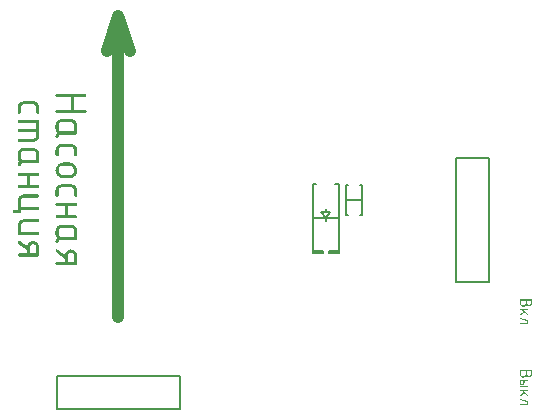
<source format=gto>
G04 Layer_Color=65535*
%FSLAX44Y44*%
%MOMM*%
G71*
G01*
G75*
%ADD21C,1.0000*%
%ADD22C,0.2000*%
%ADD23C,0.1500*%
G36*
X89523Y243523D02*
X89913Y243474D01*
X90401Y243377D01*
X90987Y243181D01*
X91622Y242937D01*
X92257Y242547D01*
X92843Y242059D01*
X92891Y242010D01*
X93087Y241766D01*
X93331Y241473D01*
X93624Y241033D01*
X93917Y240496D01*
X94161Y239862D01*
X94356Y239129D01*
X94405Y238348D01*
Y231758D01*
Y231709D01*
Y231562D01*
X94356Y231318D01*
X94258Y231074D01*
X94063Y230879D01*
X93868Y230635D01*
X93526Y230488D01*
X93087Y230440D01*
X79710D01*
X79466Y230391D01*
X79271Y230293D01*
X79027Y230098D01*
X78783Y229903D01*
X78636Y229561D01*
X78587Y229121D01*
Y229073D01*
Y228926D01*
X78539Y228682D01*
X78441Y228438D01*
X78246Y228243D01*
X78050Y227999D01*
X77709Y227852D01*
X77269Y227803D01*
X77074D01*
X76879Y227852D01*
X76635Y227950D01*
X76391Y228145D01*
X76195Y228340D01*
X76049Y228682D01*
X76000Y229121D01*
Y229219D01*
Y229414D01*
X76098Y229756D01*
X76195Y230196D01*
X76342Y230684D01*
X76586Y231172D01*
X76928Y231660D01*
X77367Y232148D01*
X77318Y232197D01*
X77172Y232392D01*
X76928Y232734D01*
X76684Y233125D01*
X76439Y233662D01*
X76195Y234247D01*
X76049Y234931D01*
X76000Y235712D01*
Y238348D01*
Y238446D01*
X76049Y238690D01*
X76098Y239129D01*
X76195Y239618D01*
X76391Y240203D01*
X76635Y240838D01*
X77025Y241473D01*
X77513Y242059D01*
X77562Y242107D01*
X77806Y242303D01*
X78099Y242547D01*
X78539Y242791D01*
X79076Y243084D01*
X79710Y243328D01*
X80442Y243523D01*
X81224Y243572D01*
X89230D01*
X89523Y243523D01*
D02*
G37*
G36*
Y222482D02*
X89913Y222433D01*
X90401Y222336D01*
X90987Y222140D01*
X91622Y221896D01*
X92257Y221506D01*
X92843Y221018D01*
X92891Y220969D01*
X93087Y220725D01*
X93331Y220432D01*
X93624Y219992D01*
X93917Y219455D01*
X94161Y218821D01*
X94356Y218088D01*
X94405Y217307D01*
Y210717D01*
Y210668D01*
Y210522D01*
X94356Y210278D01*
X94258Y210033D01*
X94063Y209838D01*
X93868Y209594D01*
X93526Y209447D01*
X93087Y209399D01*
X77074D01*
X76879Y209447D01*
X76635Y209545D01*
X76391Y209740D01*
X76195Y209936D01*
X76049Y210278D01*
X76000Y210717D01*
Y210766D01*
Y210912D01*
X76049Y211156D01*
X76146Y211352D01*
X76342Y211596D01*
X76537Y211840D01*
X76879Y211986D01*
X77318Y212035D01*
X83909D01*
Y214720D01*
X76537Y220188D01*
X76439Y220236D01*
X76293Y220481D01*
X76098Y220822D01*
X76049Y221018D01*
X76000Y221262D01*
Y221311D01*
Y221457D01*
X76049Y221652D01*
X76146Y221896D01*
X76342Y222140D01*
X76537Y222336D01*
X76879Y222482D01*
X77318Y222531D01*
X77416D01*
X77562Y222482D01*
X77855Y222433D01*
X78099Y222336D01*
X83909Y217893D01*
Y217991D01*
X83958Y218235D01*
X84055Y218577D01*
X84202Y219065D01*
X84446Y219602D01*
X84739Y220139D01*
X85129Y220676D01*
X85617Y221213D01*
X85666Y221262D01*
X85861Y221408D01*
X86203Y221652D01*
X86594Y221847D01*
X87131Y222092D01*
X87717Y222336D01*
X88400Y222482D01*
X89132Y222531D01*
X89230D01*
X89523Y222482D01*
D02*
G37*
G36*
X479163Y180331D02*
X479261Y180292D01*
X479339Y180233D01*
X479436Y180135D01*
X479495Y180018D01*
X479514Y179843D01*
Y177209D01*
Y177190D01*
Y177151D01*
Y177092D01*
X479495Y177014D01*
X479475Y176819D01*
X479417Y176566D01*
X479339Y176254D01*
X479202Y175941D01*
X479007Y175629D01*
X478754Y175337D01*
X478715Y175298D01*
X478617Y175220D01*
X478461Y175103D01*
X478227Y174946D01*
X477954Y174810D01*
X477642Y174693D01*
X477291Y174615D01*
X476881Y174576D01*
X476764D01*
X476666Y174595D01*
X476432Y174634D01*
X476159Y174693D01*
X475827Y174810D01*
X475476Y174986D01*
X475320Y175103D01*
X475145Y175220D01*
X474989Y175376D01*
X474833Y175551D01*
X474813Y175532D01*
X474794Y175493D01*
X474735Y175415D01*
X474657Y175317D01*
X474579Y175200D01*
X474462Y175083D01*
X474325Y174946D01*
X474169Y174790D01*
X473974Y174654D01*
X473779Y174517D01*
X473565Y174400D01*
X473311Y174283D01*
X473058Y174186D01*
X472765Y174108D01*
X472472Y174069D01*
X472141Y174049D01*
X472024D01*
X471926Y174069D01*
X471809D01*
X471673Y174088D01*
X471380Y174166D01*
X471029Y174283D01*
X470658Y174439D01*
X470268Y174673D01*
X470092Y174830D01*
X469917Y174986D01*
Y175005D01*
X469878Y175025D01*
X469839Y175083D01*
X469780Y175142D01*
X469624Y175337D01*
X469468Y175610D01*
X469293Y175922D01*
X469137Y176312D01*
X469039Y176741D01*
X469020Y176975D01*
X469000Y177209D01*
Y179843D01*
Y179862D01*
Y179921D01*
X469020Y179999D01*
X469058Y180096D01*
X469117Y180194D01*
X469215Y180272D01*
X469332Y180331D01*
X469507Y180350D01*
X479066D01*
X479163Y180331D01*
D02*
G37*
G36*
X88253Y296101D02*
X88791Y296052D01*
X89425Y295906D01*
X90157Y295662D01*
X90939Y295369D01*
X91720Y294880D01*
X92452Y294246D01*
X92550Y294148D01*
X92745Y293904D01*
X93087Y293514D01*
X93428Y292928D01*
X93770Y292293D01*
X94112Y291463D01*
X94307Y290584D01*
X94405Y289608D01*
Y289559D01*
Y289461D01*
Y289315D01*
X94356Y289120D01*
X94307Y288632D01*
X94161Y287997D01*
X93965Y287216D01*
X93624Y286435D01*
X93135Y285654D01*
X92501Y284921D01*
X92403Y284824D01*
X92159Y284629D01*
X91769Y284336D01*
X91183Y283945D01*
X90499Y283603D01*
X89718Y283310D01*
X88839Y283115D01*
X87814Y283018D01*
X82298D01*
X82102Y283066D01*
X81565Y283115D01*
X80931Y283262D01*
X80198Y283506D01*
X79417Y283847D01*
X78636Y284336D01*
X77904Y284970D01*
X77806Y285068D01*
X77611Y285312D01*
X77318Y285702D01*
X76976Y286239D01*
X76586Y286923D01*
X76293Y287704D01*
X76098Y288632D01*
X76000Y289608D01*
Y289657D01*
Y289706D01*
Y289852D01*
X76049Y290047D01*
X76098Y290584D01*
X76244Y291219D01*
X76488Y291951D01*
X76781Y292732D01*
X77269Y293514D01*
X77904Y294246D01*
X78002Y294343D01*
X78246Y294539D01*
X78636Y294832D01*
X79222Y295173D01*
X79857Y295564D01*
X80687Y295857D01*
X81565Y296052D01*
X82542Y296150D01*
X88058D01*
X88253Y296101D01*
D02*
G37*
G36*
X89523Y277696D02*
X89913Y277647D01*
X90401Y277550D01*
X90987Y277355D01*
X91622Y277110D01*
X92257Y276720D01*
X92843Y276232D01*
X92891Y276183D01*
X93087Y275939D01*
X93331Y275646D01*
X93624Y275207D01*
X93917Y274669D01*
X94161Y274035D01*
X94356Y273302D01*
X94405Y272521D01*
Y268567D01*
Y268518D01*
Y268372D01*
X94356Y268128D01*
X94258Y267884D01*
X94063Y267688D01*
X93868Y267444D01*
X93526Y267298D01*
X93087Y267249D01*
X92891D01*
X92647Y267298D01*
X92452Y267395D01*
X92208Y267591D01*
X91964Y267786D01*
X91817Y268128D01*
X91769Y268567D01*
Y272521D01*
Y272570D01*
Y272717D01*
X91720Y272912D01*
X91671Y273156D01*
X91573Y273449D01*
X91427Y273742D01*
X91231Y274084D01*
X90987Y274377D01*
X90939Y274425D01*
X90841Y274474D01*
X90695Y274621D01*
X90450Y274718D01*
X90206Y274865D01*
X89865Y275011D01*
X89523Y275060D01*
X89132Y275109D01*
X81028D01*
X80833Y275060D01*
X80589Y275011D01*
X80296Y274914D01*
X80003Y274816D01*
X79661Y274621D01*
X79369Y274377D01*
X79320Y274328D01*
X79271Y274230D01*
X79124Y274084D01*
X79027Y273839D01*
X78880Y273595D01*
X78734Y273254D01*
X78685Y272912D01*
X78636Y272521D01*
Y268567D01*
Y268518D01*
Y268372D01*
X78587Y268128D01*
X78490Y267884D01*
X78295Y267688D01*
X78099Y267444D01*
X77758Y267298D01*
X77318Y267249D01*
X77123D01*
X76879Y267298D01*
X76684Y267395D01*
X76439Y267591D01*
X76195Y267786D01*
X76049Y268128D01*
X76000Y268567D01*
Y272521D01*
Y272619D01*
X76049Y272863D01*
X76098Y273302D01*
X76195Y273791D01*
X76391Y274377D01*
X76635Y275011D01*
X77025Y275646D01*
X77513Y276232D01*
X77562Y276280D01*
X77806Y276476D01*
X78099Y276720D01*
X78539Y276964D01*
X79076Y277257D01*
X79710Y277501D01*
X80442Y277696D01*
X81224Y277745D01*
X89230D01*
X89523Y277696D01*
D02*
G37*
G36*
X93526Y261928D02*
X93770Y261830D01*
X93965Y261635D01*
X94209Y261440D01*
X94356Y261098D01*
X94405Y260658D01*
Y260610D01*
Y260463D01*
X94356Y260219D01*
X94258Y259975D01*
X94063Y259780D01*
X93868Y259536D01*
X93526Y259389D01*
X93087Y259340D01*
X86545D01*
Y251481D01*
X93282D01*
X93526Y251432D01*
X93770Y251334D01*
X93965Y251139D01*
X94209Y250944D01*
X94356Y250602D01*
X94405Y250162D01*
Y250114D01*
Y249967D01*
X94356Y249723D01*
X94258Y249479D01*
X94063Y249284D01*
X93868Y249040D01*
X93526Y248893D01*
X93087Y248844D01*
X77074D01*
X76879Y248893D01*
X76635Y248991D01*
X76391Y249186D01*
X76195Y249381D01*
X76049Y249723D01*
X76000Y250162D01*
Y250211D01*
Y250358D01*
X76049Y250602D01*
X76146Y250797D01*
X76342Y251041D01*
X76537Y251285D01*
X76879Y251432D01*
X77318Y251481D01*
X83909D01*
Y259340D01*
X77123D01*
X76879Y259389D01*
X76684Y259487D01*
X76439Y259682D01*
X76195Y259877D01*
X76049Y260219D01*
X76000Y260658D01*
Y260707D01*
Y260854D01*
X76049Y261098D01*
X76146Y261293D01*
X76293Y261537D01*
X76537Y261781D01*
X76830Y261928D01*
X77269Y261977D01*
X93282D01*
X93526Y261928D01*
D02*
G37*
G36*
X476003Y171923D02*
X476101Y171884D01*
X476179Y171806D01*
X476276Y171728D01*
X476335Y171591D01*
X476354Y171416D01*
Y171396D01*
Y171338D01*
X476335Y171240D01*
X476296Y171143D01*
X476218Y171065D01*
X476140Y170967D01*
X476003Y170909D01*
X475827Y170889D01*
X472901D01*
X476198Y167592D01*
X476218Y167573D01*
X476276Y167495D01*
X476335Y167378D01*
X476354Y167222D01*
Y167202D01*
Y167144D01*
X476335Y167046D01*
X476296Y166949D01*
X476218Y166870D01*
X476140Y166773D01*
X476003Y166714D01*
X475827Y166695D01*
X475788D01*
X475710Y166714D01*
X475574Y166754D01*
X475457Y166851D01*
X473136Y169153D01*
X469819Y166793D01*
X469800Y166773D01*
X469722Y166734D01*
X469624Y166714D01*
X469507Y166695D01*
X469429D01*
X469351Y166714D01*
X469254Y166754D01*
X469156Y166831D01*
X469078Y166910D01*
X469020Y167046D01*
X469000Y167222D01*
Y167241D01*
Y167261D01*
X469020Y167378D01*
X469098Y167514D01*
X469137Y167592D01*
X469215Y167651D01*
X472375Y169914D01*
X471399Y170889D01*
X469429D01*
X469351Y170909D01*
X469254Y170947D01*
X469156Y171026D01*
X469078Y171104D01*
X469020Y171240D01*
X469000Y171416D01*
Y171435D01*
Y171494D01*
X469020Y171591D01*
X469058Y171669D01*
X469117Y171767D01*
X469215Y171864D01*
X469332Y171923D01*
X469507Y171942D01*
X475906D01*
X476003Y171923D01*
D02*
G37*
G36*
Y106676D02*
X476101Y106636D01*
X476179Y106558D01*
X476276Y106480D01*
X476335Y106344D01*
X476354Y106168D01*
Y106149D01*
Y106090D01*
X476335Y105993D01*
X476296Y105895D01*
X476218Y105817D01*
X476140Y105720D01*
X476003Y105661D01*
X475827Y105642D01*
X469429D01*
X469351Y105661D01*
X469254Y105700D01*
X469156Y105778D01*
X469078Y105856D01*
X469020Y105993D01*
X469000Y106168D01*
Y106188D01*
Y106246D01*
X469020Y106344D01*
X469058Y106422D01*
X469117Y106519D01*
X469215Y106617D01*
X469332Y106676D01*
X469507Y106695D01*
X475906D01*
X476003Y106676D01*
D02*
G37*
G36*
Y103515D02*
X476101Y103476D01*
X476179Y103398D01*
X476276Y103320D01*
X476335Y103184D01*
X476354Y103008D01*
Y102989D01*
Y102930D01*
X476335Y102832D01*
X476296Y102735D01*
X476218Y102657D01*
X476140Y102559D01*
X476003Y102501D01*
X475827Y102481D01*
X472901D01*
X476198Y99185D01*
X476218Y99165D01*
X476276Y99087D01*
X476335Y98970D01*
X476354Y98814D01*
Y98794D01*
Y98736D01*
X476335Y98638D01*
X476296Y98541D01*
X476218Y98463D01*
X476140Y98365D01*
X476003Y98307D01*
X475827Y98287D01*
X475788D01*
X475710Y98307D01*
X475574Y98346D01*
X475457Y98443D01*
X473136Y100745D01*
X469819Y98385D01*
X469800Y98365D01*
X469722Y98326D01*
X469624Y98307D01*
X469507Y98287D01*
X469429D01*
X469351Y98307D01*
X469254Y98346D01*
X469156Y98424D01*
X469078Y98502D01*
X469020Y98638D01*
X469000Y98814D01*
Y98834D01*
Y98853D01*
X469020Y98970D01*
X469098Y99107D01*
X469137Y99185D01*
X469215Y99243D01*
X472375Y101506D01*
X471399Y102481D01*
X469429D01*
X469351Y102501D01*
X469254Y102540D01*
X469156Y102618D01*
X469078Y102696D01*
X469020Y102832D01*
X469000Y103008D01*
Y103028D01*
Y103086D01*
X469020Y103184D01*
X469058Y103262D01*
X469117Y103359D01*
X469215Y103457D01*
X469332Y103515D01*
X469507Y103535D01*
X475906D01*
X476003Y103515D01*
D02*
G37*
G36*
X469683Y96161D02*
X475925Y94093D01*
X475945D01*
X475984Y94054D01*
X476062Y94015D01*
X476140Y93976D01*
X476218Y93898D01*
X476296Y93801D01*
X476335Y93703D01*
X476354Y93567D01*
Y91460D01*
Y91440D01*
Y91382D01*
X476335Y91284D01*
X476296Y91187D01*
X476218Y91109D01*
X476140Y91011D01*
X476003Y90953D01*
X475827Y90933D01*
X469429D01*
X469351Y90953D01*
X469254Y90992D01*
X469156Y91070D01*
X469078Y91148D01*
X469020Y91284D01*
X469000Y91460D01*
Y91479D01*
Y91538D01*
X469020Y91635D01*
X469058Y91713D01*
X469117Y91811D01*
X469215Y91909D01*
X469332Y91967D01*
X469507Y91987D01*
X475301D01*
Y93196D01*
X469351Y95166D01*
X469332D01*
X469293Y95186D01*
X469176Y95264D01*
X469117Y95342D01*
X469058Y95420D01*
X469020Y95517D01*
X469000Y95654D01*
Y95673D01*
Y95732D01*
X469020Y95829D01*
X469058Y95907D01*
X469137Y96005D01*
X469215Y96103D01*
X469351Y96161D01*
X469527Y96181D01*
X469585D01*
X469683Y96161D01*
D02*
G37*
G36*
Y164569D02*
X475925Y162501D01*
X475945D01*
X475984Y162462D01*
X476062Y162423D01*
X476140Y162384D01*
X476218Y162306D01*
X476296Y162208D01*
X476335Y162111D01*
X476354Y161974D01*
Y159867D01*
Y159848D01*
Y159789D01*
X476335Y159692D01*
X476296Y159594D01*
X476218Y159516D01*
X476140Y159419D01*
X476003Y159360D01*
X475827Y159341D01*
X469429D01*
X469351Y159360D01*
X469254Y159399D01*
X469156Y159477D01*
X469078Y159555D01*
X469020Y159692D01*
X469000Y159867D01*
Y159887D01*
Y159945D01*
X469020Y160043D01*
X469058Y160121D01*
X469117Y160219D01*
X469215Y160316D01*
X469332Y160375D01*
X469507Y160394D01*
X475301D01*
Y161604D01*
X469351Y163574D01*
X469332D01*
X469293Y163593D01*
X469176Y163671D01*
X469117Y163749D01*
X469058Y163827D01*
X469020Y163925D01*
X469000Y164062D01*
Y164081D01*
Y164139D01*
X469020Y164237D01*
X469058Y164315D01*
X469137Y164413D01*
X469215Y164510D01*
X469351Y164569D01*
X469527Y164588D01*
X469585D01*
X469683Y164569D01*
D02*
G37*
G36*
X479163Y120330D02*
X479261Y120292D01*
X479339Y120233D01*
X479436Y120135D01*
X479495Y120018D01*
X479514Y119843D01*
Y117209D01*
Y117190D01*
Y117151D01*
Y117092D01*
X479495Y117014D01*
X479475Y116819D01*
X479417Y116566D01*
X479339Y116253D01*
X479202Y115941D01*
X479007Y115629D01*
X478754Y115337D01*
X478715Y115298D01*
X478617Y115220D01*
X478461Y115103D01*
X478227Y114946D01*
X477954Y114810D01*
X477642Y114693D01*
X477291Y114615D01*
X476881Y114576D01*
X476764D01*
X476666Y114595D01*
X476432Y114634D01*
X476159Y114693D01*
X475827Y114810D01*
X475476Y114986D01*
X475320Y115103D01*
X475145Y115220D01*
X474989Y115376D01*
X474833Y115551D01*
X474813Y115532D01*
X474794Y115493D01*
X474735Y115415D01*
X474657Y115317D01*
X474579Y115200D01*
X474462Y115083D01*
X474325Y114946D01*
X474169Y114790D01*
X473974Y114654D01*
X473779Y114517D01*
X473565Y114400D01*
X473311Y114283D01*
X473058Y114186D01*
X472765Y114108D01*
X472472Y114069D01*
X472141Y114049D01*
X472024D01*
X471926Y114069D01*
X471809D01*
X471673Y114088D01*
X471380Y114166D01*
X471029Y114283D01*
X470658Y114439D01*
X470268Y114673D01*
X470092Y114830D01*
X469917Y114986D01*
Y115005D01*
X469878Y115024D01*
X469839Y115083D01*
X469780Y115142D01*
X469624Y115337D01*
X469468Y115610D01*
X469293Y115922D01*
X469137Y116312D01*
X469039Y116741D01*
X469020Y116975D01*
X469000Y117209D01*
Y119843D01*
Y119862D01*
Y119921D01*
X469020Y119999D01*
X469058Y120096D01*
X469117Y120194D01*
X469215Y120272D01*
X469332Y120330D01*
X469507Y120350D01*
X479066D01*
X479163Y120330D01*
D02*
G37*
G36*
X476003Y111923D02*
X476101Y111884D01*
X476179Y111806D01*
X476276Y111728D01*
X476335Y111591D01*
X476354Y111416D01*
Y111396D01*
Y111338D01*
X476335Y111240D01*
X476296Y111143D01*
X476218Y111065D01*
X476140Y110967D01*
X476003Y110908D01*
X475827Y110889D01*
X473214D01*
Y109836D01*
Y109816D01*
Y109797D01*
Y109680D01*
X473175Y109523D01*
X473136Y109328D01*
X473058Y109094D01*
X472960Y108841D01*
X472804Y108587D01*
X472589Y108353D01*
X472570Y108334D01*
X472472Y108256D01*
X472355Y108158D01*
X472180Y108041D01*
X471965Y107924D01*
X471712Y107826D01*
X471419Y107748D01*
X471107Y107729D01*
X470951D01*
X470795Y107768D01*
X470580Y107807D01*
X470346Y107885D01*
X470092Y107982D01*
X469839Y108139D01*
X469605Y108353D01*
X469585Y108373D01*
X469507Y108470D01*
X469410Y108587D01*
X469312Y108763D01*
X469195Y108977D01*
X469098Y109231D01*
X469020Y109523D01*
X469000Y109836D01*
Y111416D01*
Y111435D01*
Y111494D01*
X469020Y111591D01*
X469058Y111669D01*
X469117Y111767D01*
X469215Y111864D01*
X469332Y111923D01*
X469507Y111942D01*
X475906D01*
X476003Y111923D01*
D02*
G37*
G36*
X61526Y269060D02*
X61770Y268962D01*
X61965Y268767D01*
X62209Y268572D01*
X62356Y268230D01*
X62405Y267791D01*
Y267742D01*
Y267595D01*
X62356Y267351D01*
X62258Y267107D01*
X62063Y266912D01*
X61868Y266668D01*
X61526Y266521D01*
X61087Y266473D01*
X49028D01*
X48833Y266424D01*
X48589Y266375D01*
X48296Y266277D01*
X48003Y266180D01*
X47661Y265984D01*
X47368Y265740D01*
X47320Y265692D01*
X47271Y265594D01*
X47124Y265447D01*
X47027Y265203D01*
X46880Y264959D01*
X46734Y264618D01*
X46685Y264276D01*
X46636Y263885D01*
Y258613D01*
X61282D01*
X61526Y258564D01*
X61770Y258466D01*
X61965Y258271D01*
X62209Y258076D01*
X62356Y257734D01*
X62405Y257295D01*
Y257246D01*
Y257099D01*
X62356Y256855D01*
X62258Y256611D01*
X62063Y256416D01*
X61868Y256172D01*
X61526Y256025D01*
X61087Y255977D01*
X46636D01*
Y254658D01*
Y254610D01*
Y254463D01*
X46587Y254219D01*
X46490Y253975D01*
X46294Y253780D01*
X46099Y253536D01*
X45757Y253389D01*
X45318Y253340D01*
X41168D01*
X40924Y253389D01*
X40729Y253487D01*
X40485Y253682D01*
X40241Y253877D01*
X40094Y254219D01*
X40046Y254658D01*
Y254707D01*
Y254854D01*
X40094Y255098D01*
X40192Y255293D01*
X40387Y255537D01*
X40583Y255781D01*
X40924Y255928D01*
X41364Y255977D01*
X44000D01*
Y263885D01*
Y263983D01*
X44049Y264227D01*
X44098Y264666D01*
X44195Y265154D01*
X44391Y265740D01*
X44635Y266375D01*
X45025Y267010D01*
X45513Y267595D01*
X45562Y267644D01*
X45806Y267840D01*
X46099Y268084D01*
X46539Y268328D01*
X47076Y268621D01*
X47710Y268865D01*
X48443Y269060D01*
X49224Y269109D01*
X61282D01*
X61526Y269060D01*
D02*
G37*
G36*
Y248019D02*
X61770Y247921D01*
X61965Y247726D01*
X62209Y247531D01*
X62356Y247189D01*
X62405Y246750D01*
Y246701D01*
Y246555D01*
X62356Y246310D01*
X62258Y246066D01*
X62063Y245871D01*
X61868Y245627D01*
X61526Y245480D01*
X61087Y245432D01*
X49028D01*
X48833Y245383D01*
X48589Y245334D01*
X48296Y245236D01*
X48003Y245139D01*
X47661Y244944D01*
X47368Y244699D01*
X47320Y244651D01*
X47271Y244553D01*
X47124Y244407D01*
X47027Y244162D01*
X46880Y243918D01*
X46734Y243577D01*
X46685Y243235D01*
X46636Y242844D01*
Y237572D01*
X61282D01*
X61526Y237523D01*
X61770Y237425D01*
X61965Y237230D01*
X62209Y237035D01*
X62356Y236693D01*
X62405Y236254D01*
Y236205D01*
Y236059D01*
X62356Y235814D01*
X62258Y235570D01*
X62063Y235375D01*
X61868Y235131D01*
X61526Y234984D01*
X61087Y234936D01*
X45074D01*
X44879Y234984D01*
X44635Y235082D01*
X44391Y235277D01*
X44195Y235473D01*
X44049Y235814D01*
X44000Y236254D01*
Y242844D01*
Y242942D01*
X44049Y243186D01*
X44098Y243625D01*
X44195Y244114D01*
X44391Y244699D01*
X44635Y245334D01*
X45025Y245969D01*
X45513Y246555D01*
X45562Y246603D01*
X45806Y246799D01*
X46099Y247043D01*
X46539Y247287D01*
X47076Y247580D01*
X47710Y247824D01*
X48443Y248019D01*
X49224Y248068D01*
X61282D01*
X61526Y248019D01*
D02*
G37*
G36*
X57523Y229614D02*
X57913Y229566D01*
X58401Y229468D01*
X58987Y229273D01*
X59622Y229029D01*
X60257Y228638D01*
X60842Y228150D01*
X60891Y228101D01*
X61087Y227857D01*
X61331Y227564D01*
X61624Y227125D01*
X61916Y226588D01*
X62161Y225953D01*
X62356Y225221D01*
X62405Y224440D01*
Y217849D01*
Y217800D01*
Y217654D01*
X62356Y217410D01*
X62258Y217166D01*
X62063Y216970D01*
X61868Y216726D01*
X61526Y216580D01*
X61087Y216531D01*
X45074D01*
X44879Y216580D01*
X44635Y216677D01*
X44391Y216873D01*
X44195Y217068D01*
X44049Y217410D01*
X44000Y217849D01*
Y217898D01*
Y218044D01*
X44049Y218288D01*
X44146Y218484D01*
X44342Y218728D01*
X44537Y218972D01*
X44879Y219118D01*
X45318Y219167D01*
X51909D01*
Y221852D01*
X44537Y227320D01*
X44439Y227369D01*
X44293Y227613D01*
X44098Y227955D01*
X44049Y228150D01*
X44000Y228394D01*
Y228443D01*
Y228589D01*
X44049Y228785D01*
X44146Y229029D01*
X44342Y229273D01*
X44537Y229468D01*
X44879Y229614D01*
X45318Y229663D01*
X45416D01*
X45562Y229614D01*
X45855Y229566D01*
X46099Y229468D01*
X51909Y225025D01*
Y225123D01*
X51958Y225367D01*
X52055Y225709D01*
X52201Y226197D01*
X52446Y226734D01*
X52739Y227271D01*
X53129Y227808D01*
X53617Y228345D01*
X53666Y228394D01*
X53861Y228540D01*
X54203Y228785D01*
X54594Y228980D01*
X55131Y229224D01*
X55717Y229468D01*
X56400Y229614D01*
X57132Y229663D01*
X57230D01*
X57523Y229614D01*
D02*
G37*
G36*
X61526Y287465D02*
X61770Y287367D01*
X61965Y287172D01*
X62209Y286977D01*
X62356Y286635D01*
X62405Y286195D01*
Y286147D01*
Y286000D01*
X62356Y285756D01*
X62258Y285512D01*
X62063Y285317D01*
X61868Y285073D01*
X61526Y284926D01*
X61087Y284877D01*
X54545D01*
Y277017D01*
X61282D01*
X61526Y276969D01*
X61770Y276871D01*
X61965Y276676D01*
X62209Y276480D01*
X62356Y276139D01*
X62405Y275699D01*
Y275651D01*
Y275504D01*
X62356Y275260D01*
X62258Y275016D01*
X62063Y274821D01*
X61868Y274576D01*
X61526Y274430D01*
X61087Y274381D01*
X45074D01*
X44879Y274430D01*
X44635Y274528D01*
X44391Y274723D01*
X44195Y274918D01*
X44049Y275260D01*
X44000Y275699D01*
Y275748D01*
Y275895D01*
X44049Y276139D01*
X44146Y276334D01*
X44342Y276578D01*
X44537Y276822D01*
X44879Y276969D01*
X45318Y277017D01*
X51909D01*
Y284877D01*
X45123D01*
X44879Y284926D01*
X44683Y285024D01*
X44439Y285219D01*
X44195Y285414D01*
X44049Y285756D01*
X44000Y286195D01*
Y286244D01*
Y286391D01*
X44049Y286635D01*
X44146Y286830D01*
X44293Y287074D01*
X44537Y287318D01*
X44830Y287465D01*
X45269Y287514D01*
X61282D01*
X61526Y287465D01*
D02*
G37*
G36*
X57523Y347951D02*
X57913Y347902D01*
X58401Y347805D01*
X58987Y347609D01*
X59622Y347365D01*
X60257Y346975D01*
X60842Y346487D01*
X60891Y346438D01*
X61087Y346194D01*
X61331Y345901D01*
X61624Y345461D01*
X61916Y344924D01*
X62161Y344290D01*
X62356Y343558D01*
X62405Y342776D01*
Y338822D01*
Y338773D01*
Y338627D01*
X62356Y338383D01*
X62258Y338139D01*
X62063Y337943D01*
X61868Y337699D01*
X61526Y337553D01*
X61087Y337504D01*
X60891D01*
X60647Y337553D01*
X60452Y337650D01*
X60208Y337846D01*
X59964Y338041D01*
X59817Y338383D01*
X59769Y338822D01*
Y342776D01*
Y342825D01*
Y342972D01*
X59720Y343167D01*
X59671Y343411D01*
X59573Y343704D01*
X59427Y343997D01*
X59232Y344339D01*
X58987Y344632D01*
X58938Y344680D01*
X58841Y344729D01*
X58694Y344876D01*
X58450Y344973D01*
X58206Y345120D01*
X57864Y345266D01*
X57523Y345315D01*
X57132Y345364D01*
X49028D01*
X48833Y345315D01*
X48589Y345266D01*
X48296Y345168D01*
X48003Y345071D01*
X47661Y344876D01*
X47368Y344632D01*
X47320Y344583D01*
X47271Y344485D01*
X47124Y344339D01*
X47027Y344095D01*
X46880Y343850D01*
X46734Y343509D01*
X46685Y343167D01*
X46636Y342776D01*
Y338822D01*
Y338773D01*
Y338627D01*
X46587Y338383D01*
X46490Y338139D01*
X46294Y337943D01*
X46099Y337699D01*
X45757Y337553D01*
X45318Y337504D01*
X45123D01*
X44879Y337553D01*
X44683Y337650D01*
X44439Y337846D01*
X44195Y338041D01*
X44049Y338383D01*
X44000Y338822D01*
Y342776D01*
Y342874D01*
X44049Y343118D01*
X44098Y343558D01*
X44195Y344046D01*
X44391Y344632D01*
X44635Y345266D01*
X45025Y345901D01*
X45513Y346487D01*
X45562Y346535D01*
X45806Y346731D01*
X46099Y346975D01*
X46539Y347219D01*
X47076Y347512D01*
X47710Y347756D01*
X48443Y347951D01*
X49224Y348000D01*
X57230D01*
X57523Y347951D01*
D02*
G37*
G36*
X61526Y332183D02*
X61770Y332085D01*
X61965Y331890D01*
X62209Y331694D01*
X62356Y331353D01*
X62405Y330913D01*
Y319050D01*
Y319002D01*
Y318953D01*
Y318660D01*
X62307Y318269D01*
X62209Y317781D01*
X62014Y317195D01*
X61770Y316561D01*
X61379Y315926D01*
X60842Y315340D01*
X60794Y315291D01*
X60550Y315096D01*
X60257Y314852D01*
X59817Y314559D01*
X59280Y314266D01*
X58646Y314022D01*
X57913Y313827D01*
X57132Y313778D01*
X45074D01*
X44879Y313827D01*
X44635Y313925D01*
X44391Y314120D01*
X44195Y314315D01*
X44049Y314657D01*
X44000Y315096D01*
Y315145D01*
Y315291D01*
X44049Y315536D01*
X44146Y315731D01*
X44293Y315975D01*
X44537Y316219D01*
X44830Y316365D01*
X45269Y316414D01*
X57327D01*
X57523Y316463D01*
X57767Y316512D01*
X58060Y316609D01*
X58401Y316756D01*
X58694Y316951D01*
X58987Y317195D01*
X59036Y317244D01*
X59134Y317342D01*
X59232Y317488D01*
X59378Y317732D01*
X59524Y317976D01*
X59671Y318318D01*
X59720Y318660D01*
X59769Y319050D01*
Y321687D01*
X45074D01*
X44879Y321735D01*
X44635Y321833D01*
X44391Y322028D01*
X44195Y322224D01*
X44049Y322565D01*
X44000Y323005D01*
Y323054D01*
Y323200D01*
X44049Y323444D01*
X44146Y323639D01*
X44293Y323884D01*
X44537Y324128D01*
X44830Y324274D01*
X45269Y324323D01*
X59769D01*
Y329595D01*
X45074D01*
X44879Y329644D01*
X44635Y329742D01*
X44391Y329937D01*
X44195Y330132D01*
X44049Y330474D01*
X44000Y330913D01*
Y330962D01*
Y331109D01*
X44049Y331353D01*
X44146Y331548D01*
X44293Y331792D01*
X44537Y332036D01*
X44830Y332183D01*
X45269Y332231D01*
X61282D01*
X61526Y332183D01*
D02*
G37*
G36*
X57523Y308506D02*
X57913Y308457D01*
X58401Y308359D01*
X58987Y308164D01*
X59622Y307920D01*
X60257Y307529D01*
X60842Y307041D01*
X60891Y306992D01*
X61087Y306748D01*
X61331Y306455D01*
X61624Y306016D01*
X61916Y305479D01*
X62161Y304844D01*
X62356Y304112D01*
X62405Y303331D01*
Y296740D01*
Y296691D01*
Y296545D01*
X62356Y296301D01*
X62258Y296057D01*
X62063Y295861D01*
X61868Y295617D01*
X61526Y295471D01*
X61087Y295422D01*
X47710D01*
X47466Y295373D01*
X47271Y295276D01*
X47027Y295080D01*
X46783Y294885D01*
X46636Y294543D01*
X46587Y294104D01*
Y294055D01*
Y293909D01*
X46539Y293665D01*
X46441Y293421D01*
X46246Y293225D01*
X46050Y292981D01*
X45709Y292835D01*
X45269Y292786D01*
X45074D01*
X44879Y292835D01*
X44635Y292932D01*
X44391Y293128D01*
X44195Y293323D01*
X44049Y293665D01*
X44000Y294104D01*
Y294202D01*
Y294397D01*
X44098Y294739D01*
X44195Y295178D01*
X44342Y295666D01*
X44586Y296154D01*
X44928Y296643D01*
X45367Y297131D01*
X45318Y297180D01*
X45172Y297375D01*
X44928Y297717D01*
X44683Y298107D01*
X44439Y298644D01*
X44195Y299230D01*
X44049Y299914D01*
X44000Y300695D01*
Y303331D01*
Y303428D01*
X44049Y303673D01*
X44098Y304112D01*
X44195Y304600D01*
X44391Y305186D01*
X44635Y305821D01*
X45025Y306455D01*
X45513Y307041D01*
X45562Y307090D01*
X45806Y307285D01*
X46099Y307529D01*
X46539Y307773D01*
X47076Y308066D01*
X47710Y308310D01*
X48443Y308506D01*
X49224Y308554D01*
X57230D01*
X57523Y308506D01*
D02*
G37*
G36*
X89523Y332910D02*
X89913Y332862D01*
X90401Y332764D01*
X90987Y332569D01*
X91622Y332324D01*
X92257Y331934D01*
X92843Y331446D01*
X92891Y331397D01*
X93087Y331153D01*
X93331Y330860D01*
X93624Y330420D01*
X93917Y329883D01*
X94161Y329249D01*
X94356Y328517D01*
X94405Y327735D01*
Y321145D01*
Y321096D01*
Y320950D01*
X94356Y320706D01*
X94258Y320462D01*
X94063Y320266D01*
X93868Y320022D01*
X93526Y319876D01*
X93087Y319827D01*
X79710D01*
X79466Y319778D01*
X79271Y319680D01*
X79027Y319485D01*
X78783Y319290D01*
X78636Y318948D01*
X78587Y318509D01*
Y318460D01*
Y318314D01*
X78539Y318069D01*
X78441Y317825D01*
X78246Y317630D01*
X78050Y317386D01*
X77709Y317239D01*
X77269Y317191D01*
X77074D01*
X76879Y317239D01*
X76635Y317337D01*
X76391Y317532D01*
X76195Y317728D01*
X76049Y318069D01*
X76000Y318509D01*
Y318606D01*
Y318802D01*
X76098Y319143D01*
X76195Y319583D01*
X76342Y320071D01*
X76586Y320559D01*
X76928Y321047D01*
X77367Y321535D01*
X77318Y321584D01*
X77172Y321780D01*
X76928Y322121D01*
X76684Y322512D01*
X76439Y323049D01*
X76195Y323635D01*
X76049Y324318D01*
X76000Y325099D01*
Y327735D01*
Y327833D01*
X76049Y328077D01*
X76098Y328517D01*
X76195Y329005D01*
X76391Y329591D01*
X76635Y330225D01*
X77025Y330860D01*
X77513Y331446D01*
X77562Y331494D01*
X77806Y331690D01*
X78099Y331934D01*
X78539Y332178D01*
X79076Y332471D01*
X79710Y332715D01*
X80442Y332910D01*
X81224Y332959D01*
X89230D01*
X89523Y332910D01*
D02*
G37*
G36*
X101435Y353951D02*
X101679Y353853D01*
X101874Y353658D01*
X102118Y353463D01*
X102264Y353121D01*
X102313Y352682D01*
Y352633D01*
Y352487D01*
X102264Y352243D01*
X102167Y351998D01*
X101972Y351803D01*
X101776Y351559D01*
X101435Y351413D01*
X100995Y351364D01*
X91769D01*
Y340868D01*
X101191D01*
X101435Y340819D01*
X101679Y340721D01*
X101874Y340526D01*
X102118Y340331D01*
X102264Y339989D01*
X102313Y339550D01*
Y339501D01*
Y339354D01*
X102264Y339110D01*
X102167Y338866D01*
X101972Y338671D01*
X101776Y338427D01*
X101435Y338280D01*
X100995Y338232D01*
X77074D01*
X76879Y338280D01*
X76635Y338378D01*
X76391Y338573D01*
X76195Y338769D01*
X76049Y339110D01*
X76000Y339550D01*
Y339599D01*
Y339745D01*
X76049Y339989D01*
X76146Y340184D01*
X76293Y340428D01*
X76537Y340672D01*
X76830Y340819D01*
X77269Y340868D01*
X89132D01*
Y351364D01*
X77074D01*
X76879Y351413D01*
X76635Y351510D01*
X76391Y351706D01*
X76195Y351901D01*
X76049Y352243D01*
X76000Y352682D01*
Y352731D01*
Y352877D01*
X76049Y353121D01*
X76146Y353316D01*
X76293Y353561D01*
X76537Y353805D01*
X76830Y353951D01*
X77269Y354000D01*
X101191D01*
X101435Y353951D01*
D02*
G37*
G36*
X89523Y311869D02*
X89913Y311821D01*
X90401Y311723D01*
X90987Y311528D01*
X91622Y311284D01*
X92257Y310893D01*
X92843Y310405D01*
X92891Y310356D01*
X93087Y310112D01*
X93331Y309819D01*
X93624Y309380D01*
X93917Y308843D01*
X94161Y308208D01*
X94356Y307476D01*
X94405Y306695D01*
Y302740D01*
Y302691D01*
Y302545D01*
X94356Y302301D01*
X94258Y302057D01*
X94063Y301861D01*
X93868Y301617D01*
X93526Y301471D01*
X93087Y301422D01*
X92891D01*
X92647Y301471D01*
X92452Y301569D01*
X92208Y301764D01*
X91964Y301959D01*
X91817Y302301D01*
X91769Y302740D01*
Y306695D01*
Y306743D01*
Y306890D01*
X91720Y307085D01*
X91671Y307329D01*
X91573Y307622D01*
X91427Y307915D01*
X91231Y308257D01*
X90987Y308550D01*
X90939Y308598D01*
X90841Y308647D01*
X90695Y308794D01*
X90450Y308891D01*
X90206Y309038D01*
X89865Y309184D01*
X89523Y309233D01*
X89132Y309282D01*
X81028D01*
X80833Y309233D01*
X80589Y309184D01*
X80296Y309087D01*
X80003Y308989D01*
X79661Y308794D01*
X79369Y308550D01*
X79320Y308501D01*
X79271Y308403D01*
X79124Y308257D01*
X79027Y308013D01*
X78880Y307769D01*
X78734Y307427D01*
X78685Y307085D01*
X78636Y306695D01*
Y302740D01*
Y302691D01*
Y302545D01*
X78587Y302301D01*
X78490Y302057D01*
X78295Y301861D01*
X78099Y301617D01*
X77758Y301471D01*
X77318Y301422D01*
X77123D01*
X76879Y301471D01*
X76684Y301569D01*
X76439Y301764D01*
X76195Y301959D01*
X76049Y302301D01*
X76000Y302740D01*
Y306695D01*
Y306792D01*
X76049Y307036D01*
X76098Y307476D01*
X76195Y307964D01*
X76391Y308550D01*
X76635Y309184D01*
X77025Y309819D01*
X77513Y310405D01*
X77562Y310454D01*
X77806Y310649D01*
X78099Y310893D01*
X78539Y311137D01*
X79076Y311430D01*
X79710Y311674D01*
X80442Y311869D01*
X81224Y311918D01*
X89230D01*
X89523Y311869D01*
D02*
G37*
%LPC*%
G36*
X89132Y240936D02*
X81028D01*
X80833Y240887D01*
X80589Y240838D01*
X80296Y240740D01*
X80003Y240643D01*
X79661Y240448D01*
X79369Y240203D01*
X79320Y240155D01*
X79271Y240057D01*
X79124Y239911D01*
X79027Y239666D01*
X78880Y239422D01*
X78734Y239081D01*
X78685Y238739D01*
X78636Y238348D01*
Y235712D01*
Y235663D01*
Y235517D01*
X78685Y235322D01*
X78734Y235077D01*
X78832Y234785D01*
X78929Y234492D01*
X79124Y234150D01*
X79369Y233857D01*
X79417Y233808D01*
X79515Y233710D01*
X79661Y233613D01*
X79906Y233466D01*
X80150Y233320D01*
X80491Y233174D01*
X80833Y233125D01*
X81224Y233076D01*
X91769D01*
Y238348D01*
Y238397D01*
Y238543D01*
X91720Y238739D01*
X91671Y238983D01*
X91573Y239276D01*
X91427Y239569D01*
X91231Y239911D01*
X90987Y240203D01*
X90939Y240252D01*
X90841Y240301D01*
X90695Y240448D01*
X90450Y240545D01*
X90206Y240692D01*
X89865Y240838D01*
X89523Y240887D01*
X89132Y240936D01*
D02*
G37*
G36*
Y219895D02*
X88937D01*
X88742Y219846D01*
X88498Y219797D01*
X88205Y219699D01*
X87912Y219602D01*
X87570Y219407D01*
X87277Y219163D01*
X87228Y219114D01*
X87179Y219016D01*
X87033Y218870D01*
X86935Y218626D01*
X86789Y218381D01*
X86643Y218040D01*
X86594Y217698D01*
X86545Y217307D01*
Y212035D01*
X91769D01*
Y217307D01*
Y217356D01*
Y217503D01*
X91720Y217698D01*
X91671Y217942D01*
X91573Y218235D01*
X91427Y218528D01*
X91231Y218870D01*
X90987Y219163D01*
X90939Y219211D01*
X90841Y219260D01*
X90695Y219407D01*
X90450Y219504D01*
X90206Y219651D01*
X89865Y219797D01*
X89523Y219846D01*
X89132Y219895D01*
D02*
G37*
G36*
X474248Y179297D02*
X470053D01*
Y177209D01*
Y177190D01*
Y177170D01*
X470073Y177053D01*
X470092Y176897D01*
X470131Y176702D01*
X470210Y176468D01*
X470307Y176215D01*
X470463Y175961D01*
X470658Y175727D01*
X470678Y175707D01*
X470775Y175629D01*
X470892Y175532D01*
X471068Y175415D01*
X471282Y175298D01*
X471536Y175200D01*
X471829Y175122D01*
X472141Y175103D01*
X472297D01*
X472453Y175142D01*
X472648Y175181D01*
X472882Y175259D01*
X473136Y175356D01*
X473389Y175512D01*
X473623Y175727D01*
X473643Y175746D01*
X473721Y175844D01*
X473818Y175961D01*
X473935Y176136D01*
X474052Y176351D01*
X474150Y176605D01*
X474228Y176897D01*
X474248Y177209D01*
Y179297D01*
D02*
G37*
G36*
X478461D02*
X475301D01*
Y177209D01*
Y177190D01*
Y177092D01*
X475320Y176975D01*
X475359Y176819D01*
X475418Y176663D01*
X475496Y176468D01*
X475593Y176273D01*
X475750Y176097D01*
X475769Y176078D01*
X475827Y176019D01*
X475925Y175941D01*
X476062Y175863D01*
X476237Y175785D01*
X476432Y175707D01*
X476647Y175649D01*
X476881Y175629D01*
X476998D01*
X477115Y175649D01*
X477271Y175688D01*
X477427Y175746D01*
X477622Y175824D01*
X477817Y175941D01*
X477993Y176097D01*
X478012Y176117D01*
X478071Y176175D01*
X478149Y176273D01*
X478227Y176410D01*
X478305Y176566D01*
X478383Y176761D01*
X478442Y176975D01*
X478461Y177209D01*
Y179297D01*
D02*
G37*
G36*
X87814Y293514D02*
X82249D01*
X81956Y293465D01*
X81565Y293367D01*
X81126Y293221D01*
X80687Y293025D01*
X80198Y292781D01*
X79759Y292391D01*
X79710Y292342D01*
X79564Y292195D01*
X79417Y291951D01*
X79222Y291610D01*
X78978Y291219D01*
X78832Y290731D01*
X78685Y290194D01*
X78636Y289608D01*
Y289559D01*
Y289315D01*
X78685Y289022D01*
X78783Y288632D01*
X78929Y288241D01*
X79124Y287753D01*
X79369Y287265D01*
X79759Y286825D01*
X79808Y286777D01*
X79954Y286630D01*
X80198Y286435D01*
X80540Y286239D01*
X80931Y286044D01*
X81419Y285849D01*
X81956Y285702D01*
X82542Y285654D01*
X88107D01*
X88400Y285702D01*
X88791Y285800D01*
X89181Y285947D01*
X89669Y286142D01*
X90157Y286435D01*
X90597Y286825D01*
X90646Y286874D01*
X90792Y287021D01*
X90987Y287265D01*
X91183Y287606D01*
X91378Y287997D01*
X91573Y288485D01*
X91720Y289022D01*
X91769Y289608D01*
Y289657D01*
Y289852D01*
X91720Y290194D01*
X91622Y290536D01*
X91476Y290975D01*
X91280Y291463D01*
X90987Y291951D01*
X90597Y292391D01*
X90548Y292439D01*
X90401Y292586D01*
X90157Y292732D01*
X89816Y292928D01*
X89425Y293172D01*
X88937Y293318D01*
X88400Y293465D01*
X87814Y293514D01*
D02*
G37*
G36*
X474248Y119297D02*
X470053D01*
Y117209D01*
Y117190D01*
Y117170D01*
X470073Y117053D01*
X470092Y116897D01*
X470131Y116702D01*
X470210Y116468D01*
X470307Y116215D01*
X470463Y115961D01*
X470658Y115727D01*
X470678Y115707D01*
X470775Y115629D01*
X470892Y115532D01*
X471068Y115415D01*
X471282Y115298D01*
X471536Y115200D01*
X471829Y115122D01*
X472141Y115103D01*
X472297D01*
X472453Y115142D01*
X472648Y115181D01*
X472882Y115259D01*
X473136Y115356D01*
X473389Y115512D01*
X473623Y115727D01*
X473643Y115746D01*
X473721Y115844D01*
X473818Y115961D01*
X473935Y116136D01*
X474052Y116351D01*
X474150Y116605D01*
X474228Y116897D01*
X474248Y117209D01*
Y119297D01*
D02*
G37*
G36*
X478461D02*
X475301D01*
Y117209D01*
Y117190D01*
Y117092D01*
X475320Y116975D01*
X475359Y116819D01*
X475418Y116663D01*
X475496Y116468D01*
X475593Y116273D01*
X475750Y116097D01*
X475769Y116078D01*
X475827Y116019D01*
X475925Y115941D01*
X476062Y115863D01*
X476237Y115785D01*
X476432Y115707D01*
X476647Y115649D01*
X476881Y115629D01*
X476998D01*
X477115Y115649D01*
X477271Y115688D01*
X477427Y115746D01*
X477622Y115824D01*
X477817Y115941D01*
X477993Y116097D01*
X478012Y116117D01*
X478071Y116175D01*
X478149Y116273D01*
X478227Y116410D01*
X478305Y116566D01*
X478383Y116761D01*
X478442Y116975D01*
X478461Y117209D01*
Y119297D01*
D02*
G37*
G36*
X472160Y110889D02*
X470053D01*
Y109836D01*
Y109816D01*
Y109758D01*
X470073Y109680D01*
X470092Y109582D01*
X470131Y109465D01*
X470171Y109348D01*
X470248Y109211D01*
X470346Y109094D01*
X470365Y109075D01*
X470405Y109036D01*
X470463Y108997D01*
X470561Y108938D01*
X470678Y108880D01*
X470795Y108821D01*
X470951Y108802D01*
X471107Y108782D01*
X471185D01*
X471263Y108802D01*
X471360Y108821D01*
X471477Y108860D01*
X471595Y108919D01*
X471731Y108997D01*
X471848Y109094D01*
X471868Y109114D01*
X471907Y109153D01*
X471946Y109211D01*
X472004Y109309D01*
X472063Y109406D01*
X472121Y109543D01*
X472141Y109680D01*
X472160Y109836D01*
Y110889D01*
D02*
G37*
G36*
X57132Y227027D02*
X56937D01*
X56742Y226978D01*
X56498Y226929D01*
X56205Y226832D01*
X55912Y226734D01*
X55570Y226539D01*
X55277Y226295D01*
X55228Y226246D01*
X55180Y226148D01*
X55033Y226002D01*
X54935Y225758D01*
X54789Y225514D01*
X54643Y225172D01*
X54594Y224830D01*
X54545Y224440D01*
Y219167D01*
X59769D01*
Y224440D01*
Y224488D01*
Y224635D01*
X59720Y224830D01*
X59671Y225074D01*
X59573Y225367D01*
X59427Y225660D01*
X59232Y226002D01*
X58987Y226295D01*
X58938Y226343D01*
X58841Y226392D01*
X58694Y226539D01*
X58450Y226637D01*
X58206Y226783D01*
X57864Y226929D01*
X57523Y226978D01*
X57132Y227027D01*
D02*
G37*
G36*
Y305918D02*
X49028D01*
X48833Y305869D01*
X48589Y305821D01*
X48296Y305723D01*
X48003Y305625D01*
X47661Y305430D01*
X47368Y305186D01*
X47320Y305137D01*
X47271Y305039D01*
X47124Y304893D01*
X47027Y304649D01*
X46880Y304405D01*
X46734Y304063D01*
X46685Y303721D01*
X46636Y303331D01*
Y300695D01*
Y300646D01*
Y300499D01*
X46685Y300304D01*
X46734Y300060D01*
X46831Y299767D01*
X46929Y299474D01*
X47124Y299132D01*
X47368Y298839D01*
X47417Y298791D01*
X47515Y298693D01*
X47661Y298595D01*
X47906Y298449D01*
X48150Y298302D01*
X48491Y298156D01*
X48833Y298107D01*
X49224Y298058D01*
X59769D01*
Y303331D01*
Y303380D01*
Y303526D01*
X59720Y303721D01*
X59671Y303965D01*
X59573Y304258D01*
X59427Y304551D01*
X59232Y304893D01*
X58987Y305186D01*
X58938Y305235D01*
X58841Y305284D01*
X58694Y305430D01*
X58450Y305528D01*
X58206Y305674D01*
X57864Y305821D01*
X57523Y305869D01*
X57132Y305918D01*
D02*
G37*
G36*
X89132Y330323D02*
X81028D01*
X80833Y330274D01*
X80589Y330225D01*
X80296Y330128D01*
X80003Y330030D01*
X79661Y329835D01*
X79369Y329591D01*
X79320Y329542D01*
X79271Y329444D01*
X79124Y329298D01*
X79027Y329054D01*
X78880Y328810D01*
X78734Y328468D01*
X78685Y328126D01*
X78636Y327735D01*
Y325099D01*
Y325051D01*
Y324904D01*
X78685Y324709D01*
X78734Y324465D01*
X78832Y324172D01*
X78929Y323879D01*
X79124Y323537D01*
X79369Y323244D01*
X79417Y323195D01*
X79515Y323098D01*
X79661Y323000D01*
X79906Y322854D01*
X80150Y322707D01*
X80491Y322561D01*
X80833Y322512D01*
X81224Y322463D01*
X91769D01*
Y327735D01*
Y327784D01*
Y327931D01*
X91720Y328126D01*
X91671Y328370D01*
X91573Y328663D01*
X91427Y328956D01*
X91231Y329298D01*
X90987Y329591D01*
X90939Y329639D01*
X90841Y329688D01*
X90695Y329835D01*
X90450Y329932D01*
X90206Y330079D01*
X89865Y330225D01*
X89523Y330274D01*
X89132Y330323D01*
D02*
G37*
%LPD*%
D21*
X119323Y390540D02*
X129310Y420500D01*
X139297Y390540D01*
X128810Y165000D02*
Y415000D01*
D22*
X415260Y195350D02*
Y299650D01*
X443260Y195350D02*
Y299650D01*
X415260Y195350D02*
X443260D01*
X415260Y299650D02*
X443260D01*
X77240Y115600D02*
X181540D01*
X77240Y87600D02*
X181540D01*
X77240D02*
Y115600D01*
X181540Y87600D02*
Y115600D01*
D23*
X312800Y278130D02*
X315800D01*
Y220980D02*
Y278130D01*
X307340Y220980D02*
X315800D01*
X293800D02*
X302260D01*
X293800D02*
Y278130D01*
X296800D01*
X293800Y248920D02*
X315800D01*
X304800D02*
X308610Y254000D01*
X300990D02*
X304800Y248920D01*
Y246380D02*
Y248920D01*
Y254000D02*
Y256540D01*
X300990Y254000D02*
X308610D01*
X293800Y219710D02*
Y220980D01*
Y219710D02*
X302260D01*
Y220980D01*
X315800Y219710D02*
Y220980D01*
X307340Y219710D02*
X315800D01*
X307340D02*
Y220980D01*
X321930Y264160D02*
X335930D01*
X321930Y251460D02*
X323850D01*
X321930D02*
Y276860D01*
X323850Y276860D01*
X334010D02*
X335930Y276860D01*
Y251460D02*
Y276860D01*
X334010Y251460D02*
X335930D01*
M02*

</source>
